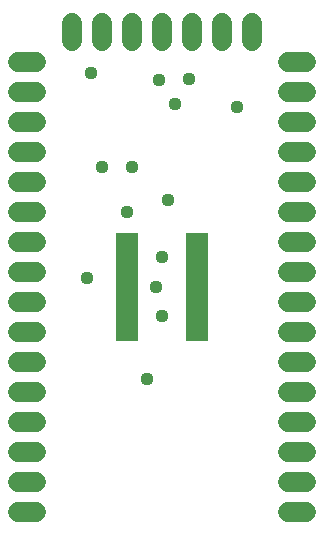
<source format=gts>
G75*
%MOIN*%
%OFA0B0*%
%FSLAX24Y24*%
%IPPOS*%
%LPD*%
%AMOC8*
5,1,8,0,0,1.08239X$1,22.5*
%
%ADD10C,0.0680*%
%ADD11R,0.0780X0.0250*%
%ADD12C,0.0440*%
D10*
X000800Y001100D02*
X001400Y001100D01*
X001400Y002100D02*
X000800Y002100D01*
X000800Y003100D02*
X001400Y003100D01*
X001400Y004100D02*
X000800Y004100D01*
X000800Y005100D02*
X001400Y005100D01*
X001400Y006100D02*
X000800Y006100D01*
X000800Y007100D02*
X001400Y007100D01*
X001400Y008100D02*
X000800Y008100D01*
X000800Y009100D02*
X001400Y009100D01*
X001400Y010100D02*
X000800Y010100D01*
X000800Y011100D02*
X001400Y011100D01*
X001400Y012100D02*
X000800Y012100D01*
X000800Y013100D02*
X001400Y013100D01*
X001400Y014100D02*
X000800Y014100D01*
X000800Y015100D02*
X001400Y015100D01*
X001400Y016100D02*
X000800Y016100D01*
X002600Y016800D02*
X002600Y017400D01*
X003600Y017400D02*
X003600Y016800D01*
X004600Y016800D02*
X004600Y017400D01*
X005600Y017400D02*
X005600Y016800D01*
X006600Y016800D02*
X006600Y017400D01*
X007600Y017400D02*
X007600Y016800D01*
X008600Y016800D02*
X008600Y017400D01*
X009800Y016100D02*
X010400Y016100D01*
X010400Y015100D02*
X009800Y015100D01*
X009800Y014100D02*
X010400Y014100D01*
X010400Y013100D02*
X009800Y013100D01*
X009800Y012100D02*
X010400Y012100D01*
X010400Y011100D02*
X009800Y011100D01*
X009800Y010100D02*
X010400Y010100D01*
X010400Y009100D02*
X009800Y009100D01*
X009800Y008100D02*
X010400Y008100D01*
X010400Y007100D02*
X009800Y007100D01*
X009800Y006100D02*
X010400Y006100D01*
X010400Y005100D02*
X009800Y005100D01*
X009800Y004100D02*
X010400Y004100D01*
X010400Y003100D02*
X009800Y003100D01*
X009800Y002100D02*
X010400Y002100D01*
X010400Y001100D02*
X009800Y001100D01*
D11*
X006770Y006936D03*
X006770Y007192D03*
X006770Y007448D03*
X006770Y007704D03*
X006770Y007960D03*
X006770Y008216D03*
X006770Y008472D03*
X006770Y008728D03*
X006770Y008984D03*
X006770Y009240D03*
X006770Y009496D03*
X006770Y009752D03*
X006770Y010008D03*
X006770Y010264D03*
X004430Y010264D03*
X004430Y010008D03*
X004430Y009752D03*
X004430Y009496D03*
X004430Y009240D03*
X004430Y008984D03*
X004430Y008728D03*
X004430Y008472D03*
X004430Y008216D03*
X004430Y007960D03*
X004430Y007704D03*
X004430Y007448D03*
X004430Y007192D03*
X004430Y006936D03*
D12*
X005100Y005550D03*
X005600Y007650D03*
X005400Y008600D03*
X005600Y009600D03*
X005800Y011500D03*
X004600Y012600D03*
X004450Y011100D03*
X003600Y012600D03*
X003225Y015725D03*
X005500Y015500D03*
X006050Y014700D03*
X006500Y015550D03*
X008100Y014600D03*
X003100Y008900D03*
M02*

</source>
